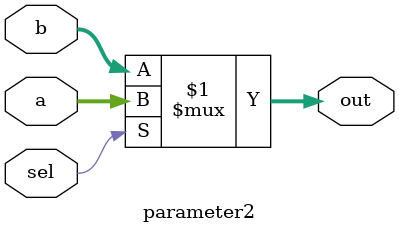
<source format=v>

module parameter2(out, a, b, sel);

   parameter size = 8;

   output [size-1:0] out;
   input  [size-1:0] a, b;
   input             sel;

   assign out = (sel) ? a : b;

endmodule

</source>
